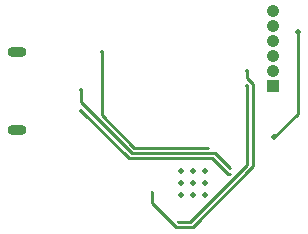
<source format=gbl>
G04*
G04 #@! TF.GenerationSoftware,Altium Limited,Altium Designer,19.0.14 (431)*
G04*
G04 Layer_Physical_Order=2*
G04 Layer_Color=16711680*
%FSLAX43Y43*%
%MOMM*%
G71*
G01*
G75*
%ADD13C,0.254*%
%ADD44C,1.050*%
%ADD45R,1.050X1.050*%
%ADD46O,1.600X0.900*%
%ADD47C,0.500*%
%ADD48C,0.250*%
%ADD49C,0.350*%
D13*
X25125Y10250D02*
Y17131D01*
X23125Y8250D02*
X25125Y10250D01*
X8500Y10125D02*
X11250Y7375D01*
X8500Y10125D02*
Y15475D01*
X12750Y2733D02*
Y3625D01*
Y2733D02*
X14812Y671D01*
X16205D01*
X21337Y5803D01*
Y12793D01*
X20855Y13275D02*
X21337Y12793D01*
X20855Y13275D02*
Y13855D01*
X11250Y7375D02*
X17500D01*
X11039Y6921D02*
X18079D01*
X10783Y6467D02*
X17891D01*
X18079Y6921D02*
X19375Y5625D01*
X17891Y6467D02*
X19233Y5125D01*
X16017Y1125D02*
X20835Y5943D01*
X19233Y5125D02*
X19375D01*
X20835Y5943D02*
Y12585D01*
X15000Y1125D02*
X16017D01*
X6750Y11210D02*
X11039Y6921D01*
X6750Y10500D02*
X10783Y6467D01*
X6750Y11210D02*
Y12250D01*
D44*
X23000Y18935D02*
D03*
Y17665D02*
D03*
Y16395D02*
D03*
Y13855D02*
D03*
Y15125D02*
D03*
D45*
Y12585D02*
D03*
D46*
X1325Y8875D02*
D03*
Y15475D02*
D03*
D47*
X25125Y17131D02*
D03*
X23125Y8250D02*
D03*
X15250Y3375D02*
D03*
Y4375D02*
D03*
Y5375D02*
D03*
X16250Y3375D02*
D03*
Y4375D02*
D03*
Y5375D02*
D03*
X17250Y3375D02*
D03*
Y4375D02*
D03*
Y5375D02*
D03*
D48*
X19375Y5625D02*
D03*
X15000Y1125D02*
D03*
X12750Y3625D02*
D03*
X17500Y7375D02*
D03*
X19375Y5125D02*
D03*
D49*
X8500Y15475D02*
D03*
X6750Y12250D02*
D03*
X20835Y12585D02*
D03*
X20855Y13855D02*
D03*
X6750Y10500D02*
D03*
M02*

</source>
